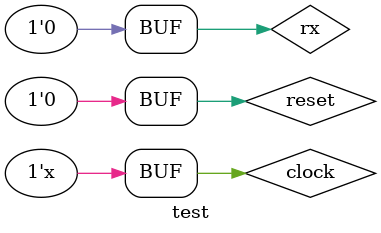
<source format=v>
module test;
reg clock = 0, reset = 0;
wire [7:0] rxdata;
reg rx;
wire rxfinish;
Receive#(10) t1(rxdata, rxfinish, rx, clock, reset);

always
begin
	#5 clock = ~clock;
end
initial
begin
	rx = 1;
	#100 rx = 0;
	#100 rx = 1;
	#100 rx = 0;
	#100 rx = 1;
	#100 rx = 0;
	#100 rx = 1;
	#100 rx = 0;
	#100 reset = 1;
	#100 reset = 0;
	#10 rx = 1;
	#100 rx = 0;
	#100 rx = 1;
	#100 rx = 0;
	#100 rx = 1;
	#100 rx = 0;
	#100 rx = 1;
	#100 rx = 0;
end
endmodule

</source>
